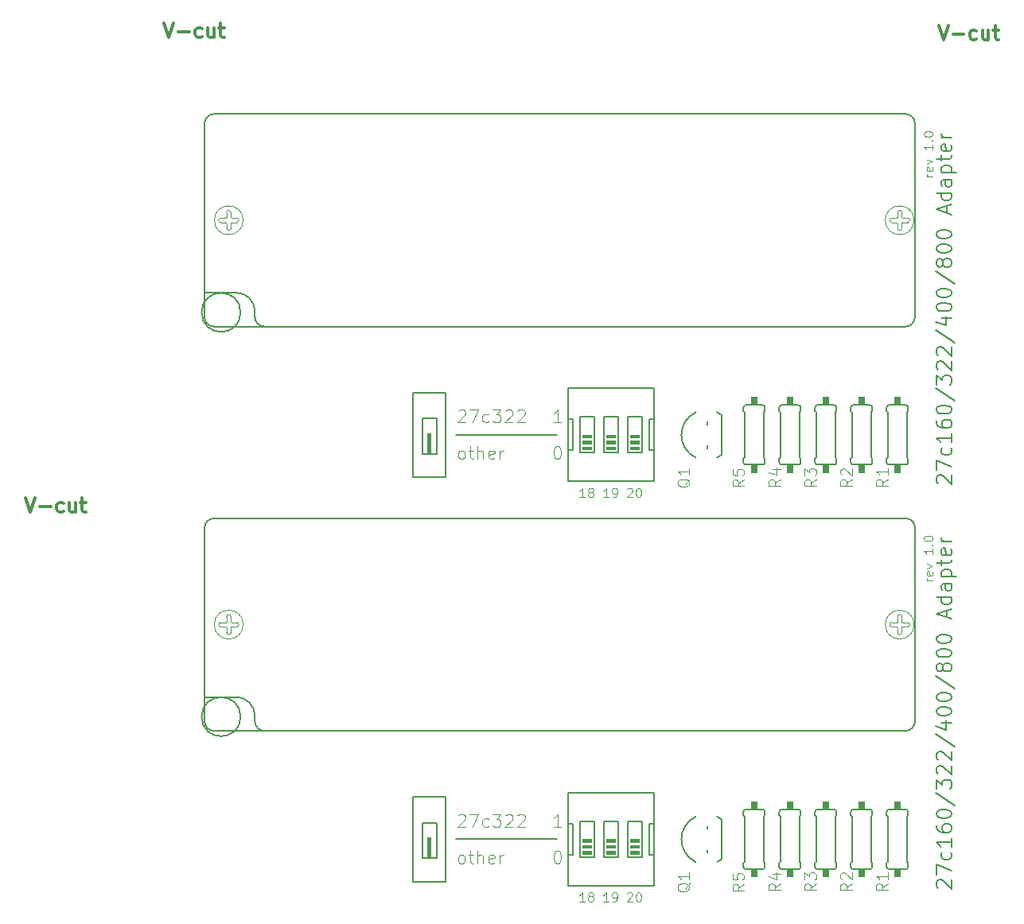
<source format=gbr>
G04 #@! TF.FileFunction,Legend,Top*
%FSLAX46Y46*%
G04 Gerber Fmt 4.6, Leading zero omitted, Abs format (unit mm)*
G04 Created by KiCad (PCBNEW 4.0.4-stable) date 07/28/17 15:05:57*
%MOMM*%
%LPD*%
G01*
G04 APERTURE LIST*
%ADD10C,0.100000*%
%ADD11C,0.300000*%
%ADD12C,0.081280*%
%ADD13C,0.150000*%
%ADD14C,0.113792*%
%ADD15C,0.134112*%
%ADD16C,0.152400*%
%ADD17C,0.203200*%
%ADD18C,0.101600*%
%ADD19C,0.127000*%
%ADD20C,0.120650*%
G04 APERTURE END LIST*
D10*
D11*
X70608429Y-75251571D02*
X71108429Y-76751571D01*
X71608429Y-75251571D01*
X72108429Y-76180143D02*
X73251286Y-76180143D01*
X74608429Y-76680143D02*
X74465572Y-76751571D01*
X74179858Y-76751571D01*
X74037000Y-76680143D01*
X73965572Y-76608714D01*
X73894143Y-76465857D01*
X73894143Y-76037286D01*
X73965572Y-75894429D01*
X74037000Y-75823000D01*
X74179858Y-75751571D01*
X74465572Y-75751571D01*
X74608429Y-75823000D01*
X75894143Y-75751571D02*
X75894143Y-76751571D01*
X75251286Y-75751571D02*
X75251286Y-76537286D01*
X75322714Y-76680143D01*
X75465572Y-76751571D01*
X75679857Y-76751571D01*
X75822714Y-76680143D01*
X75894143Y-76608714D01*
X76394143Y-75751571D02*
X76965572Y-75751571D01*
X76608429Y-75251571D02*
X76608429Y-76537286D01*
X76679857Y-76680143D01*
X76822715Y-76751571D01*
X76965572Y-76751571D01*
X85340429Y-24705571D02*
X85840429Y-26205571D01*
X86340429Y-24705571D01*
X86840429Y-25634143D02*
X87983286Y-25634143D01*
X89340429Y-26134143D02*
X89197572Y-26205571D01*
X88911858Y-26205571D01*
X88769000Y-26134143D01*
X88697572Y-26062714D01*
X88626143Y-25919857D01*
X88626143Y-25491286D01*
X88697572Y-25348429D01*
X88769000Y-25277000D01*
X88911858Y-25205571D01*
X89197572Y-25205571D01*
X89340429Y-25277000D01*
X90626143Y-25205571D02*
X90626143Y-26205571D01*
X89983286Y-25205571D02*
X89983286Y-25991286D01*
X90054714Y-26134143D01*
X90197572Y-26205571D01*
X90411857Y-26205571D01*
X90554714Y-26134143D01*
X90626143Y-26062714D01*
X91126143Y-25205571D02*
X91697572Y-25205571D01*
X91340429Y-24705571D02*
X91340429Y-25991286D01*
X91411857Y-26134143D01*
X91554715Y-26205571D01*
X91697572Y-26205571D01*
X167763429Y-24959571D02*
X168263429Y-26459571D01*
X168763429Y-24959571D01*
X169263429Y-25888143D02*
X170406286Y-25888143D01*
X171763429Y-26388143D02*
X171620572Y-26459571D01*
X171334858Y-26459571D01*
X171192000Y-26388143D01*
X171120572Y-26316714D01*
X171049143Y-26173857D01*
X171049143Y-25745286D01*
X171120572Y-25602429D01*
X171192000Y-25531000D01*
X171334858Y-25459571D01*
X171620572Y-25459571D01*
X171763429Y-25531000D01*
X173049143Y-25459571D02*
X173049143Y-26459571D01*
X172406286Y-25459571D02*
X172406286Y-26245286D01*
X172477714Y-26388143D01*
X172620572Y-26459571D01*
X172834857Y-26459571D01*
X172977714Y-26388143D01*
X173049143Y-26316714D01*
X173549143Y-25459571D02*
X174120572Y-25459571D01*
X173763429Y-24959571D02*
X173763429Y-26245286D01*
X173834857Y-26388143D01*
X173977715Y-26459571D01*
X174120572Y-26459571D01*
D12*
X130087914Y-118241838D02*
X129536372Y-118241838D01*
X129812143Y-118241838D02*
X129812143Y-117276638D01*
X129720219Y-117414524D01*
X129628295Y-117506448D01*
X129536372Y-117552410D01*
X130639457Y-117690295D02*
X130547533Y-117644333D01*
X130501572Y-117598371D01*
X130455610Y-117506448D01*
X130455610Y-117460486D01*
X130501572Y-117368562D01*
X130547533Y-117322600D01*
X130639457Y-117276638D01*
X130823305Y-117276638D01*
X130915229Y-117322600D01*
X130961191Y-117368562D01*
X131007152Y-117460486D01*
X131007152Y-117506448D01*
X130961191Y-117598371D01*
X130915229Y-117644333D01*
X130823305Y-117690295D01*
X130639457Y-117690295D01*
X130547533Y-117736257D01*
X130501572Y-117782219D01*
X130455610Y-117874143D01*
X130455610Y-118057990D01*
X130501572Y-118149914D01*
X130547533Y-118195876D01*
X130639457Y-118241838D01*
X130823305Y-118241838D01*
X130915229Y-118195876D01*
X130961191Y-118149914D01*
X131007152Y-118057990D01*
X131007152Y-117874143D01*
X130961191Y-117782219D01*
X130915229Y-117736257D01*
X130823305Y-117690295D01*
X134616372Y-117368562D02*
X134662334Y-117322600D01*
X134754257Y-117276638D01*
X134984067Y-117276638D01*
X135075991Y-117322600D01*
X135121953Y-117368562D01*
X135167914Y-117460486D01*
X135167914Y-117552410D01*
X135121953Y-117690295D01*
X134570410Y-118241838D01*
X135167914Y-118241838D01*
X135765419Y-117276638D02*
X135857343Y-117276638D01*
X135949267Y-117322600D01*
X135995229Y-117368562D01*
X136041191Y-117460486D01*
X136087152Y-117644333D01*
X136087152Y-117874143D01*
X136041191Y-118057990D01*
X135995229Y-118149914D01*
X135949267Y-118195876D01*
X135857343Y-118241838D01*
X135765419Y-118241838D01*
X135673495Y-118195876D01*
X135627533Y-118149914D01*
X135581572Y-118057990D01*
X135535610Y-117874143D01*
X135535610Y-117644333D01*
X135581572Y-117460486D01*
X135627533Y-117368562D01*
X135673495Y-117322600D01*
X135765419Y-117276638D01*
X132627914Y-118241838D02*
X132076372Y-118241838D01*
X132352143Y-118241838D02*
X132352143Y-117276638D01*
X132260219Y-117414524D01*
X132168295Y-117506448D01*
X132076372Y-117552410D01*
X133087533Y-118241838D02*
X133271381Y-118241838D01*
X133363305Y-118195876D01*
X133409267Y-118149914D01*
X133501191Y-118012029D01*
X133547152Y-117828181D01*
X133547152Y-117460486D01*
X133501191Y-117368562D01*
X133455229Y-117322600D01*
X133363305Y-117276638D01*
X133179457Y-117276638D01*
X133087533Y-117322600D01*
X133041572Y-117368562D01*
X132995610Y-117460486D01*
X132995610Y-117690295D01*
X133041572Y-117782219D01*
X133087533Y-117828181D01*
X133179457Y-117874143D01*
X133363305Y-117874143D01*
X133455229Y-117828181D01*
X133501191Y-117782219D01*
X133547152Y-117690295D01*
D13*
X116370100Y-111607600D02*
X127165100Y-111607600D01*
D14*
X127559647Y-110273253D02*
X126787487Y-110273253D01*
X127173567Y-110273253D02*
X127173567Y-108921973D01*
X127044873Y-109115013D01*
X126916180Y-109243707D01*
X126787487Y-109308053D01*
X127109220Y-112813253D02*
X127237913Y-112813253D01*
X127366607Y-112877600D01*
X127430953Y-112941947D01*
X127495300Y-113070640D01*
X127559647Y-113328027D01*
X127559647Y-113649760D01*
X127495300Y-113907147D01*
X127430953Y-114035840D01*
X127366607Y-114100187D01*
X127237913Y-114164533D01*
X127109220Y-114164533D01*
X126980527Y-114100187D01*
X126916180Y-114035840D01*
X126851833Y-113907147D01*
X126787487Y-113649760D01*
X126787487Y-113328027D01*
X126851833Y-113070640D01*
X126916180Y-112941947D01*
X126980527Y-112877600D01*
X127109220Y-112813253D01*
X116627487Y-109050667D02*
X116691833Y-108986320D01*
X116820527Y-108921973D01*
X117142260Y-108921973D01*
X117270953Y-108986320D01*
X117335300Y-109050667D01*
X117399647Y-109179360D01*
X117399647Y-109308053D01*
X117335300Y-109501093D01*
X116563140Y-110273253D01*
X117399647Y-110273253D01*
X117850073Y-108921973D02*
X118750926Y-108921973D01*
X118171806Y-110273253D01*
X119844819Y-110208907D02*
X119716126Y-110273253D01*
X119458739Y-110273253D01*
X119330046Y-110208907D01*
X119265699Y-110144560D01*
X119201353Y-110015867D01*
X119201353Y-109629787D01*
X119265699Y-109501093D01*
X119330046Y-109436747D01*
X119458739Y-109372400D01*
X119716126Y-109372400D01*
X119844819Y-109436747D01*
X120295246Y-108921973D02*
X121131753Y-108921973D01*
X120681326Y-109436747D01*
X120874366Y-109436747D01*
X121003059Y-109501093D01*
X121067406Y-109565440D01*
X121131753Y-109694133D01*
X121131753Y-110015867D01*
X121067406Y-110144560D01*
X121003059Y-110208907D01*
X120874366Y-110273253D01*
X120488286Y-110273253D01*
X120359593Y-110208907D01*
X120295246Y-110144560D01*
X121646526Y-109050667D02*
X121710872Y-108986320D01*
X121839566Y-108921973D01*
X122161299Y-108921973D01*
X122289992Y-108986320D01*
X122354339Y-109050667D01*
X122418686Y-109179360D01*
X122418686Y-109308053D01*
X122354339Y-109501093D01*
X121582179Y-110273253D01*
X122418686Y-110273253D01*
X122933459Y-109050667D02*
X122997805Y-108986320D01*
X123126499Y-108921973D01*
X123448232Y-108921973D01*
X123576925Y-108986320D01*
X123641272Y-109050667D01*
X123705619Y-109179360D01*
X123705619Y-109308053D01*
X123641272Y-109501093D01*
X122869112Y-110273253D01*
X123705619Y-110273253D01*
X116884873Y-114164533D02*
X116756180Y-114100187D01*
X116691833Y-114035840D01*
X116627487Y-113907147D01*
X116627487Y-113521067D01*
X116691833Y-113392373D01*
X116756180Y-113328027D01*
X116884873Y-113263680D01*
X117077913Y-113263680D01*
X117206607Y-113328027D01*
X117270953Y-113392373D01*
X117335300Y-113521067D01*
X117335300Y-113907147D01*
X117270953Y-114035840D01*
X117206607Y-114100187D01*
X117077913Y-114164533D01*
X116884873Y-114164533D01*
X117721380Y-113263680D02*
X118236154Y-113263680D01*
X117914420Y-112813253D02*
X117914420Y-113971493D01*
X117978767Y-114100187D01*
X118107460Y-114164533D01*
X118236154Y-114164533D01*
X118686580Y-114164533D02*
X118686580Y-112813253D01*
X119265700Y-114164533D02*
X119265700Y-113456720D01*
X119201354Y-113328027D01*
X119072660Y-113263680D01*
X118879620Y-113263680D01*
X118750927Y-113328027D01*
X118686580Y-113392373D01*
X120423941Y-114100187D02*
X120295247Y-114164533D01*
X120037861Y-114164533D01*
X119909167Y-114100187D01*
X119844821Y-113971493D01*
X119844821Y-113456720D01*
X119909167Y-113328027D01*
X120037861Y-113263680D01*
X120295247Y-113263680D01*
X120423941Y-113328027D01*
X120488287Y-113456720D01*
X120488287Y-113585413D01*
X119844821Y-113714107D01*
X121067407Y-114164533D02*
X121067407Y-113263680D01*
X121067407Y-113521067D02*
X121131754Y-113392373D01*
X121196101Y-113328027D01*
X121324794Y-113263680D01*
X121453487Y-113263680D01*
D15*
X167647257Y-116790651D02*
X167571420Y-116714814D01*
X167495583Y-116563140D01*
X167495583Y-116183954D01*
X167571420Y-116032280D01*
X167647257Y-115956443D01*
X167798931Y-115880606D01*
X167950606Y-115880606D01*
X168178117Y-115956443D01*
X169088163Y-116866489D01*
X169088163Y-115880606D01*
X167495583Y-115349746D02*
X167495583Y-114288026D01*
X169088163Y-114970560D01*
X169012326Y-112998794D02*
X169088163Y-113150468D01*
X169088163Y-113453817D01*
X169012326Y-113605491D01*
X168936489Y-113681328D01*
X168784814Y-113757165D01*
X168329791Y-113757165D01*
X168178117Y-113681328D01*
X168102280Y-113605491D01*
X168026443Y-113453817D01*
X168026443Y-113150468D01*
X168102280Y-112998794D01*
X169088163Y-111482051D02*
X169088163Y-112392096D01*
X169088163Y-111937074D02*
X167495583Y-111937074D01*
X167723094Y-112088748D01*
X167874769Y-112240422D01*
X167950606Y-112392096D01*
X167495583Y-110116982D02*
X167495583Y-110420331D01*
X167571420Y-110572005D01*
X167647257Y-110647842D01*
X167874769Y-110799516D01*
X168178117Y-110875353D01*
X168784814Y-110875353D01*
X168936489Y-110799516D01*
X169012326Y-110723679D01*
X169088163Y-110572005D01*
X169088163Y-110268656D01*
X169012326Y-110116982D01*
X168936489Y-110041145D01*
X168784814Y-109965308D01*
X168405629Y-109965308D01*
X168253954Y-110041145D01*
X168178117Y-110116982D01*
X168102280Y-110268656D01*
X168102280Y-110572005D01*
X168178117Y-110723679D01*
X168253954Y-110799516D01*
X168405629Y-110875353D01*
X167495583Y-108979425D02*
X167495583Y-108827750D01*
X167571420Y-108676076D01*
X167647257Y-108600239D01*
X167798931Y-108524402D01*
X168102280Y-108448565D01*
X168481466Y-108448565D01*
X168784814Y-108524402D01*
X168936489Y-108600239D01*
X169012326Y-108676076D01*
X169088163Y-108827750D01*
X169088163Y-108979425D01*
X169012326Y-109131099D01*
X168936489Y-109206936D01*
X168784814Y-109282773D01*
X168481466Y-109358610D01*
X168102280Y-109358610D01*
X167798931Y-109282773D01*
X167647257Y-109206936D01*
X167571420Y-109131099D01*
X167495583Y-108979425D01*
X167419746Y-106628473D02*
X169467349Y-107993542D01*
X167495583Y-106249288D02*
X167495583Y-105263405D01*
X168102280Y-105794265D01*
X168102280Y-105566753D01*
X168178117Y-105415079D01*
X168253954Y-105339242D01*
X168405629Y-105263405D01*
X168784814Y-105263405D01*
X168936489Y-105339242D01*
X169012326Y-105415079D01*
X169088163Y-105566753D01*
X169088163Y-106021776D01*
X169012326Y-106173450D01*
X168936489Y-106249288D01*
X167647257Y-104656707D02*
X167571420Y-104580870D01*
X167495583Y-104429196D01*
X167495583Y-104050010D01*
X167571420Y-103898336D01*
X167647257Y-103822499D01*
X167798931Y-103746662D01*
X167950606Y-103746662D01*
X168178117Y-103822499D01*
X169088163Y-104732545D01*
X169088163Y-103746662D01*
X167647257Y-103139964D02*
X167571420Y-103064127D01*
X167495583Y-102912453D01*
X167495583Y-102533267D01*
X167571420Y-102381593D01*
X167647257Y-102305756D01*
X167798931Y-102229919D01*
X167950606Y-102229919D01*
X168178117Y-102305756D01*
X169088163Y-103215802D01*
X169088163Y-102229919D01*
X167419746Y-100409827D02*
X169467349Y-101774896D01*
X168026443Y-99196433D02*
X169088163Y-99196433D01*
X167419746Y-99575619D02*
X168557303Y-99954804D01*
X168557303Y-98968922D01*
X167495583Y-98058876D02*
X167495583Y-97907201D01*
X167571420Y-97755527D01*
X167647257Y-97679690D01*
X167798931Y-97603853D01*
X168102280Y-97528016D01*
X168481466Y-97528016D01*
X168784814Y-97603853D01*
X168936489Y-97679690D01*
X169012326Y-97755527D01*
X169088163Y-97907201D01*
X169088163Y-98058876D01*
X169012326Y-98210550D01*
X168936489Y-98286387D01*
X168784814Y-98362224D01*
X168481466Y-98438061D01*
X168102280Y-98438061D01*
X167798931Y-98362224D01*
X167647257Y-98286387D01*
X167571420Y-98210550D01*
X167495583Y-98058876D01*
X167495583Y-96542133D02*
X167495583Y-96390458D01*
X167571420Y-96238784D01*
X167647257Y-96162947D01*
X167798931Y-96087110D01*
X168102280Y-96011273D01*
X168481466Y-96011273D01*
X168784814Y-96087110D01*
X168936489Y-96162947D01*
X169012326Y-96238784D01*
X169088163Y-96390458D01*
X169088163Y-96542133D01*
X169012326Y-96693807D01*
X168936489Y-96769644D01*
X168784814Y-96845481D01*
X168481466Y-96921318D01*
X168102280Y-96921318D01*
X167798931Y-96845481D01*
X167647257Y-96769644D01*
X167571420Y-96693807D01*
X167495583Y-96542133D01*
X167419746Y-94191181D02*
X169467349Y-95556250D01*
X168178117Y-93432810D02*
X168102280Y-93584484D01*
X168026443Y-93660321D01*
X167874769Y-93736158D01*
X167798931Y-93736158D01*
X167647257Y-93660321D01*
X167571420Y-93584484D01*
X167495583Y-93432810D01*
X167495583Y-93129461D01*
X167571420Y-92977787D01*
X167647257Y-92901950D01*
X167798931Y-92826113D01*
X167874769Y-92826113D01*
X168026443Y-92901950D01*
X168102280Y-92977787D01*
X168178117Y-93129461D01*
X168178117Y-93432810D01*
X168253954Y-93584484D01*
X168329791Y-93660321D01*
X168481466Y-93736158D01*
X168784814Y-93736158D01*
X168936489Y-93660321D01*
X169012326Y-93584484D01*
X169088163Y-93432810D01*
X169088163Y-93129461D01*
X169012326Y-92977787D01*
X168936489Y-92901950D01*
X168784814Y-92826113D01*
X168481466Y-92826113D01*
X168329791Y-92901950D01*
X168253954Y-92977787D01*
X168178117Y-93129461D01*
X167495583Y-91840230D02*
X167495583Y-91688555D01*
X167571420Y-91536881D01*
X167647257Y-91461044D01*
X167798931Y-91385207D01*
X168102280Y-91309370D01*
X168481466Y-91309370D01*
X168784814Y-91385207D01*
X168936489Y-91461044D01*
X169012326Y-91536881D01*
X169088163Y-91688555D01*
X169088163Y-91840230D01*
X169012326Y-91991904D01*
X168936489Y-92067741D01*
X168784814Y-92143578D01*
X168481466Y-92219415D01*
X168102280Y-92219415D01*
X167798931Y-92143578D01*
X167647257Y-92067741D01*
X167571420Y-91991904D01*
X167495583Y-91840230D01*
X167495583Y-90323487D02*
X167495583Y-90171812D01*
X167571420Y-90020138D01*
X167647257Y-89944301D01*
X167798931Y-89868464D01*
X168102280Y-89792627D01*
X168481466Y-89792627D01*
X168784814Y-89868464D01*
X168936489Y-89944301D01*
X169012326Y-90020138D01*
X169088163Y-90171812D01*
X169088163Y-90323487D01*
X169012326Y-90475161D01*
X168936489Y-90550998D01*
X168784814Y-90626835D01*
X168481466Y-90702672D01*
X168102280Y-90702672D01*
X167798931Y-90626835D01*
X167647257Y-90550998D01*
X167571420Y-90475161D01*
X167495583Y-90323487D01*
X168633140Y-87972535D02*
X168633140Y-87214164D01*
X169088163Y-88124210D02*
X167495583Y-87593350D01*
X169088163Y-87062490D01*
X169088163Y-85849095D02*
X167495583Y-85849095D01*
X169012326Y-85849095D02*
X169088163Y-86000769D01*
X169088163Y-86304118D01*
X169012326Y-86455792D01*
X168936489Y-86531629D01*
X168784814Y-86607466D01*
X168329791Y-86607466D01*
X168178117Y-86531629D01*
X168102280Y-86455792D01*
X168026443Y-86304118D01*
X168026443Y-86000769D01*
X168102280Y-85849095D01*
X169088163Y-84408189D02*
X168253954Y-84408189D01*
X168102280Y-84484026D01*
X168026443Y-84635700D01*
X168026443Y-84939049D01*
X168102280Y-85090723D01*
X169012326Y-84408189D02*
X169088163Y-84559863D01*
X169088163Y-84939049D01*
X169012326Y-85090723D01*
X168860651Y-85166560D01*
X168708977Y-85166560D01*
X168557303Y-85090723D01*
X168481466Y-84939049D01*
X168481466Y-84559863D01*
X168405629Y-84408189D01*
X168026443Y-83649817D02*
X169619023Y-83649817D01*
X168102280Y-83649817D02*
X168026443Y-83498143D01*
X168026443Y-83194794D01*
X168102280Y-83043120D01*
X168178117Y-82967283D01*
X168329791Y-82891446D01*
X168784814Y-82891446D01*
X168936489Y-82967283D01*
X169012326Y-83043120D01*
X169088163Y-83194794D01*
X169088163Y-83498143D01*
X169012326Y-83649817D01*
X168026443Y-82436423D02*
X168026443Y-81829726D01*
X167495583Y-82208911D02*
X168860651Y-82208911D01*
X169012326Y-82133074D01*
X169088163Y-81981400D01*
X169088163Y-81829726D01*
X169012326Y-80692168D02*
X169088163Y-80843842D01*
X169088163Y-81147191D01*
X169012326Y-81298865D01*
X168860651Y-81374702D01*
X168253954Y-81374702D01*
X168102280Y-81298865D01*
X168026443Y-81147191D01*
X168026443Y-80843842D01*
X168102280Y-80692168D01*
X168253954Y-80616331D01*
X168405629Y-80616331D01*
X168557303Y-81374702D01*
X169088163Y-79933796D02*
X168026443Y-79933796D01*
X168329791Y-79933796D02*
X168178117Y-79857959D01*
X168102280Y-79782122D01*
X168026443Y-79630448D01*
X168026443Y-79478773D01*
D12*
X167124138Y-84072790D02*
X166480671Y-84072790D01*
X166664519Y-84072790D02*
X166572595Y-84026829D01*
X166526633Y-83980867D01*
X166480671Y-83888943D01*
X166480671Y-83797019D01*
X167078176Y-83107590D02*
X167124138Y-83199514D01*
X167124138Y-83383362D01*
X167078176Y-83475285D01*
X166986252Y-83521247D01*
X166618557Y-83521247D01*
X166526633Y-83475285D01*
X166480671Y-83383362D01*
X166480671Y-83199514D01*
X166526633Y-83107590D01*
X166618557Y-83061628D01*
X166710481Y-83061628D01*
X166802405Y-83521247D01*
X166480671Y-82739895D02*
X167124138Y-82510086D01*
X166480671Y-82280276D01*
X167124138Y-80671611D02*
X167124138Y-81223153D01*
X167124138Y-80947382D02*
X166158938Y-80947382D01*
X166296824Y-81039306D01*
X166388748Y-81131230D01*
X166434710Y-81223153D01*
X167032214Y-80257953D02*
X167078176Y-80211992D01*
X167124138Y-80257953D01*
X167078176Y-80303915D01*
X167032214Y-80257953D01*
X167124138Y-80257953D01*
X166158938Y-79614487D02*
X166158938Y-79522563D01*
X166204900Y-79430639D01*
X166250862Y-79384677D01*
X166342786Y-79338715D01*
X166526633Y-79292754D01*
X166756443Y-79292754D01*
X166940290Y-79338715D01*
X167032214Y-79384677D01*
X167078176Y-79430639D01*
X167124138Y-79522563D01*
X167124138Y-79614487D01*
X167078176Y-79706411D01*
X167032214Y-79752373D01*
X166940290Y-79798334D01*
X166756443Y-79844296D01*
X166526633Y-79844296D01*
X166342786Y-79798334D01*
X166250862Y-79752373D01*
X166204900Y-79706411D01*
X166158938Y-79614487D01*
D15*
X167647257Y-73737651D02*
X167571420Y-73661814D01*
X167495583Y-73510140D01*
X167495583Y-73130954D01*
X167571420Y-72979280D01*
X167647257Y-72903443D01*
X167798931Y-72827606D01*
X167950606Y-72827606D01*
X168178117Y-72903443D01*
X169088163Y-73813489D01*
X169088163Y-72827606D01*
X167495583Y-72296746D02*
X167495583Y-71235026D01*
X169088163Y-71917560D01*
X169012326Y-69945794D02*
X169088163Y-70097468D01*
X169088163Y-70400817D01*
X169012326Y-70552491D01*
X168936489Y-70628328D01*
X168784814Y-70704165D01*
X168329791Y-70704165D01*
X168178117Y-70628328D01*
X168102280Y-70552491D01*
X168026443Y-70400817D01*
X168026443Y-70097468D01*
X168102280Y-69945794D01*
X169088163Y-68429051D02*
X169088163Y-69339096D01*
X169088163Y-68884074D02*
X167495583Y-68884074D01*
X167723094Y-69035748D01*
X167874769Y-69187422D01*
X167950606Y-69339096D01*
X167495583Y-67063982D02*
X167495583Y-67367331D01*
X167571420Y-67519005D01*
X167647257Y-67594842D01*
X167874769Y-67746516D01*
X168178117Y-67822353D01*
X168784814Y-67822353D01*
X168936489Y-67746516D01*
X169012326Y-67670679D01*
X169088163Y-67519005D01*
X169088163Y-67215656D01*
X169012326Y-67063982D01*
X168936489Y-66988145D01*
X168784814Y-66912308D01*
X168405629Y-66912308D01*
X168253954Y-66988145D01*
X168178117Y-67063982D01*
X168102280Y-67215656D01*
X168102280Y-67519005D01*
X168178117Y-67670679D01*
X168253954Y-67746516D01*
X168405629Y-67822353D01*
X167495583Y-65926425D02*
X167495583Y-65774750D01*
X167571420Y-65623076D01*
X167647257Y-65547239D01*
X167798931Y-65471402D01*
X168102280Y-65395565D01*
X168481466Y-65395565D01*
X168784814Y-65471402D01*
X168936489Y-65547239D01*
X169012326Y-65623076D01*
X169088163Y-65774750D01*
X169088163Y-65926425D01*
X169012326Y-66078099D01*
X168936489Y-66153936D01*
X168784814Y-66229773D01*
X168481466Y-66305610D01*
X168102280Y-66305610D01*
X167798931Y-66229773D01*
X167647257Y-66153936D01*
X167571420Y-66078099D01*
X167495583Y-65926425D01*
X167419746Y-63575473D02*
X169467349Y-64940542D01*
X167495583Y-63196288D02*
X167495583Y-62210405D01*
X168102280Y-62741265D01*
X168102280Y-62513753D01*
X168178117Y-62362079D01*
X168253954Y-62286242D01*
X168405629Y-62210405D01*
X168784814Y-62210405D01*
X168936489Y-62286242D01*
X169012326Y-62362079D01*
X169088163Y-62513753D01*
X169088163Y-62968776D01*
X169012326Y-63120450D01*
X168936489Y-63196288D01*
X167647257Y-61603707D02*
X167571420Y-61527870D01*
X167495583Y-61376196D01*
X167495583Y-60997010D01*
X167571420Y-60845336D01*
X167647257Y-60769499D01*
X167798931Y-60693662D01*
X167950606Y-60693662D01*
X168178117Y-60769499D01*
X169088163Y-61679545D01*
X169088163Y-60693662D01*
X167647257Y-60086964D02*
X167571420Y-60011127D01*
X167495583Y-59859453D01*
X167495583Y-59480267D01*
X167571420Y-59328593D01*
X167647257Y-59252756D01*
X167798931Y-59176919D01*
X167950606Y-59176919D01*
X168178117Y-59252756D01*
X169088163Y-60162802D01*
X169088163Y-59176919D01*
X167419746Y-57356827D02*
X169467349Y-58721896D01*
X168026443Y-56143433D02*
X169088163Y-56143433D01*
X167419746Y-56522619D02*
X168557303Y-56901804D01*
X168557303Y-55915922D01*
X167495583Y-55005876D02*
X167495583Y-54854201D01*
X167571420Y-54702527D01*
X167647257Y-54626690D01*
X167798931Y-54550853D01*
X168102280Y-54475016D01*
X168481466Y-54475016D01*
X168784814Y-54550853D01*
X168936489Y-54626690D01*
X169012326Y-54702527D01*
X169088163Y-54854201D01*
X169088163Y-55005876D01*
X169012326Y-55157550D01*
X168936489Y-55233387D01*
X168784814Y-55309224D01*
X168481466Y-55385061D01*
X168102280Y-55385061D01*
X167798931Y-55309224D01*
X167647257Y-55233387D01*
X167571420Y-55157550D01*
X167495583Y-55005876D01*
X167495583Y-53489133D02*
X167495583Y-53337458D01*
X167571420Y-53185784D01*
X167647257Y-53109947D01*
X167798931Y-53034110D01*
X168102280Y-52958273D01*
X168481466Y-52958273D01*
X168784814Y-53034110D01*
X168936489Y-53109947D01*
X169012326Y-53185784D01*
X169088163Y-53337458D01*
X169088163Y-53489133D01*
X169012326Y-53640807D01*
X168936489Y-53716644D01*
X168784814Y-53792481D01*
X168481466Y-53868318D01*
X168102280Y-53868318D01*
X167798931Y-53792481D01*
X167647257Y-53716644D01*
X167571420Y-53640807D01*
X167495583Y-53489133D01*
X167419746Y-51138181D02*
X169467349Y-52503250D01*
X168178117Y-50379810D02*
X168102280Y-50531484D01*
X168026443Y-50607321D01*
X167874769Y-50683158D01*
X167798931Y-50683158D01*
X167647257Y-50607321D01*
X167571420Y-50531484D01*
X167495583Y-50379810D01*
X167495583Y-50076461D01*
X167571420Y-49924787D01*
X167647257Y-49848950D01*
X167798931Y-49773113D01*
X167874769Y-49773113D01*
X168026443Y-49848950D01*
X168102280Y-49924787D01*
X168178117Y-50076461D01*
X168178117Y-50379810D01*
X168253954Y-50531484D01*
X168329791Y-50607321D01*
X168481466Y-50683158D01*
X168784814Y-50683158D01*
X168936489Y-50607321D01*
X169012326Y-50531484D01*
X169088163Y-50379810D01*
X169088163Y-50076461D01*
X169012326Y-49924787D01*
X168936489Y-49848950D01*
X168784814Y-49773113D01*
X168481466Y-49773113D01*
X168329791Y-49848950D01*
X168253954Y-49924787D01*
X168178117Y-50076461D01*
X167495583Y-48787230D02*
X167495583Y-48635555D01*
X167571420Y-48483881D01*
X167647257Y-48408044D01*
X167798931Y-48332207D01*
X168102280Y-48256370D01*
X168481466Y-48256370D01*
X168784814Y-48332207D01*
X168936489Y-48408044D01*
X169012326Y-48483881D01*
X169088163Y-48635555D01*
X169088163Y-48787230D01*
X169012326Y-48938904D01*
X168936489Y-49014741D01*
X168784814Y-49090578D01*
X168481466Y-49166415D01*
X168102280Y-49166415D01*
X167798931Y-49090578D01*
X167647257Y-49014741D01*
X167571420Y-48938904D01*
X167495583Y-48787230D01*
X167495583Y-47270487D02*
X167495583Y-47118812D01*
X167571420Y-46967138D01*
X167647257Y-46891301D01*
X167798931Y-46815464D01*
X168102280Y-46739627D01*
X168481466Y-46739627D01*
X168784814Y-46815464D01*
X168936489Y-46891301D01*
X169012326Y-46967138D01*
X169088163Y-47118812D01*
X169088163Y-47270487D01*
X169012326Y-47422161D01*
X168936489Y-47497998D01*
X168784814Y-47573835D01*
X168481466Y-47649672D01*
X168102280Y-47649672D01*
X167798931Y-47573835D01*
X167647257Y-47497998D01*
X167571420Y-47422161D01*
X167495583Y-47270487D01*
X168633140Y-44919535D02*
X168633140Y-44161164D01*
X169088163Y-45071210D02*
X167495583Y-44540350D01*
X169088163Y-44009490D01*
X169088163Y-42796095D02*
X167495583Y-42796095D01*
X169012326Y-42796095D02*
X169088163Y-42947769D01*
X169088163Y-43251118D01*
X169012326Y-43402792D01*
X168936489Y-43478629D01*
X168784814Y-43554466D01*
X168329791Y-43554466D01*
X168178117Y-43478629D01*
X168102280Y-43402792D01*
X168026443Y-43251118D01*
X168026443Y-42947769D01*
X168102280Y-42796095D01*
X169088163Y-41355189D02*
X168253954Y-41355189D01*
X168102280Y-41431026D01*
X168026443Y-41582700D01*
X168026443Y-41886049D01*
X168102280Y-42037723D01*
X169012326Y-41355189D02*
X169088163Y-41506863D01*
X169088163Y-41886049D01*
X169012326Y-42037723D01*
X168860651Y-42113560D01*
X168708977Y-42113560D01*
X168557303Y-42037723D01*
X168481466Y-41886049D01*
X168481466Y-41506863D01*
X168405629Y-41355189D01*
X168026443Y-40596817D02*
X169619023Y-40596817D01*
X168102280Y-40596817D02*
X168026443Y-40445143D01*
X168026443Y-40141794D01*
X168102280Y-39990120D01*
X168178117Y-39914283D01*
X168329791Y-39838446D01*
X168784814Y-39838446D01*
X168936489Y-39914283D01*
X169012326Y-39990120D01*
X169088163Y-40141794D01*
X169088163Y-40445143D01*
X169012326Y-40596817D01*
X168026443Y-39383423D02*
X168026443Y-38776726D01*
X167495583Y-39155911D02*
X168860651Y-39155911D01*
X169012326Y-39080074D01*
X169088163Y-38928400D01*
X169088163Y-38776726D01*
X169012326Y-37639168D02*
X169088163Y-37790842D01*
X169088163Y-38094191D01*
X169012326Y-38245865D01*
X168860651Y-38321702D01*
X168253954Y-38321702D01*
X168102280Y-38245865D01*
X168026443Y-38094191D01*
X168026443Y-37790842D01*
X168102280Y-37639168D01*
X168253954Y-37563331D01*
X168405629Y-37563331D01*
X168557303Y-38321702D01*
X169088163Y-36880796D02*
X168026443Y-36880796D01*
X168329791Y-36880796D02*
X168178117Y-36804959D01*
X168102280Y-36729122D01*
X168026443Y-36577448D01*
X168026443Y-36425773D01*
D12*
X130087914Y-75188838D02*
X129536372Y-75188838D01*
X129812143Y-75188838D02*
X129812143Y-74223638D01*
X129720219Y-74361524D01*
X129628295Y-74453448D01*
X129536372Y-74499410D01*
X130639457Y-74637295D02*
X130547533Y-74591333D01*
X130501572Y-74545371D01*
X130455610Y-74453448D01*
X130455610Y-74407486D01*
X130501572Y-74315562D01*
X130547533Y-74269600D01*
X130639457Y-74223638D01*
X130823305Y-74223638D01*
X130915229Y-74269600D01*
X130961191Y-74315562D01*
X131007152Y-74407486D01*
X131007152Y-74453448D01*
X130961191Y-74545371D01*
X130915229Y-74591333D01*
X130823305Y-74637295D01*
X130639457Y-74637295D01*
X130547533Y-74683257D01*
X130501572Y-74729219D01*
X130455610Y-74821143D01*
X130455610Y-75004990D01*
X130501572Y-75096914D01*
X130547533Y-75142876D01*
X130639457Y-75188838D01*
X130823305Y-75188838D01*
X130915229Y-75142876D01*
X130961191Y-75096914D01*
X131007152Y-75004990D01*
X131007152Y-74821143D01*
X130961191Y-74729219D01*
X130915229Y-74683257D01*
X130823305Y-74637295D01*
X132627914Y-75188838D02*
X132076372Y-75188838D01*
X132352143Y-75188838D02*
X132352143Y-74223638D01*
X132260219Y-74361524D01*
X132168295Y-74453448D01*
X132076372Y-74499410D01*
X133087533Y-75188838D02*
X133271381Y-75188838D01*
X133363305Y-75142876D01*
X133409267Y-75096914D01*
X133501191Y-74959029D01*
X133547152Y-74775181D01*
X133547152Y-74407486D01*
X133501191Y-74315562D01*
X133455229Y-74269600D01*
X133363305Y-74223638D01*
X133179457Y-74223638D01*
X133087533Y-74269600D01*
X133041572Y-74315562D01*
X132995610Y-74407486D01*
X132995610Y-74637295D01*
X133041572Y-74729219D01*
X133087533Y-74775181D01*
X133179457Y-74821143D01*
X133363305Y-74821143D01*
X133455229Y-74775181D01*
X133501191Y-74729219D01*
X133547152Y-74637295D01*
X134616372Y-74315562D02*
X134662334Y-74269600D01*
X134754257Y-74223638D01*
X134984067Y-74223638D01*
X135075991Y-74269600D01*
X135121953Y-74315562D01*
X135167914Y-74407486D01*
X135167914Y-74499410D01*
X135121953Y-74637295D01*
X134570410Y-75188838D01*
X135167914Y-75188838D01*
X135765419Y-74223638D02*
X135857343Y-74223638D01*
X135949267Y-74269600D01*
X135995229Y-74315562D01*
X136041191Y-74407486D01*
X136087152Y-74591333D01*
X136087152Y-74821143D01*
X136041191Y-75004990D01*
X135995229Y-75096914D01*
X135949267Y-75142876D01*
X135857343Y-75188838D01*
X135765419Y-75188838D01*
X135673495Y-75142876D01*
X135627533Y-75096914D01*
X135581572Y-75004990D01*
X135535610Y-74821143D01*
X135535610Y-74591333D01*
X135581572Y-74407486D01*
X135627533Y-74315562D01*
X135673495Y-74269600D01*
X135765419Y-74223638D01*
D13*
X116370100Y-68554600D02*
X127165100Y-68554600D01*
D14*
X116627487Y-65997667D02*
X116691833Y-65933320D01*
X116820527Y-65868973D01*
X117142260Y-65868973D01*
X117270953Y-65933320D01*
X117335300Y-65997667D01*
X117399647Y-66126360D01*
X117399647Y-66255053D01*
X117335300Y-66448093D01*
X116563140Y-67220253D01*
X117399647Y-67220253D01*
X117850073Y-65868973D02*
X118750926Y-65868973D01*
X118171806Y-67220253D01*
X119844819Y-67155907D02*
X119716126Y-67220253D01*
X119458739Y-67220253D01*
X119330046Y-67155907D01*
X119265699Y-67091560D01*
X119201353Y-66962867D01*
X119201353Y-66576787D01*
X119265699Y-66448093D01*
X119330046Y-66383747D01*
X119458739Y-66319400D01*
X119716126Y-66319400D01*
X119844819Y-66383747D01*
X120295246Y-65868973D02*
X121131753Y-65868973D01*
X120681326Y-66383747D01*
X120874366Y-66383747D01*
X121003059Y-66448093D01*
X121067406Y-66512440D01*
X121131753Y-66641133D01*
X121131753Y-66962867D01*
X121067406Y-67091560D01*
X121003059Y-67155907D01*
X120874366Y-67220253D01*
X120488286Y-67220253D01*
X120359593Y-67155907D01*
X120295246Y-67091560D01*
X121646526Y-65997667D02*
X121710872Y-65933320D01*
X121839566Y-65868973D01*
X122161299Y-65868973D01*
X122289992Y-65933320D01*
X122354339Y-65997667D01*
X122418686Y-66126360D01*
X122418686Y-66255053D01*
X122354339Y-66448093D01*
X121582179Y-67220253D01*
X122418686Y-67220253D01*
X122933459Y-65997667D02*
X122997805Y-65933320D01*
X123126499Y-65868973D01*
X123448232Y-65868973D01*
X123576925Y-65933320D01*
X123641272Y-65997667D01*
X123705619Y-66126360D01*
X123705619Y-66255053D01*
X123641272Y-66448093D01*
X122869112Y-67220253D01*
X123705619Y-67220253D01*
X116884873Y-71111533D02*
X116756180Y-71047187D01*
X116691833Y-70982840D01*
X116627487Y-70854147D01*
X116627487Y-70468067D01*
X116691833Y-70339373D01*
X116756180Y-70275027D01*
X116884873Y-70210680D01*
X117077913Y-70210680D01*
X117206607Y-70275027D01*
X117270953Y-70339373D01*
X117335300Y-70468067D01*
X117335300Y-70854147D01*
X117270953Y-70982840D01*
X117206607Y-71047187D01*
X117077913Y-71111533D01*
X116884873Y-71111533D01*
X117721380Y-70210680D02*
X118236154Y-70210680D01*
X117914420Y-69760253D02*
X117914420Y-70918493D01*
X117978767Y-71047187D01*
X118107460Y-71111533D01*
X118236154Y-71111533D01*
X118686580Y-71111533D02*
X118686580Y-69760253D01*
X119265700Y-71111533D02*
X119265700Y-70403720D01*
X119201354Y-70275027D01*
X119072660Y-70210680D01*
X118879620Y-70210680D01*
X118750927Y-70275027D01*
X118686580Y-70339373D01*
X120423941Y-71047187D02*
X120295247Y-71111533D01*
X120037861Y-71111533D01*
X119909167Y-71047187D01*
X119844821Y-70918493D01*
X119844821Y-70403720D01*
X119909167Y-70275027D01*
X120037861Y-70210680D01*
X120295247Y-70210680D01*
X120423941Y-70275027D01*
X120488287Y-70403720D01*
X120488287Y-70532413D01*
X119844821Y-70661107D01*
X121067407Y-71111533D02*
X121067407Y-70210680D01*
X121067407Y-70468067D02*
X121131754Y-70339373D01*
X121196101Y-70275027D01*
X121324794Y-70210680D01*
X121453487Y-70210680D01*
X127559647Y-67220253D02*
X126787487Y-67220253D01*
X127173567Y-67220253D02*
X127173567Y-65868973D01*
X127044873Y-66062013D01*
X126916180Y-66190707D01*
X126787487Y-66255053D01*
X127109220Y-69760253D02*
X127237913Y-69760253D01*
X127366607Y-69824600D01*
X127430953Y-69888947D01*
X127495300Y-70017640D01*
X127559647Y-70275027D01*
X127559647Y-70596760D01*
X127495300Y-70854147D01*
X127430953Y-70982840D01*
X127366607Y-71047187D01*
X127237913Y-71111533D01*
X127109220Y-71111533D01*
X126980527Y-71047187D01*
X126916180Y-70982840D01*
X126851833Y-70854147D01*
X126787487Y-70596760D01*
X126787487Y-70275027D01*
X126851833Y-70017640D01*
X126916180Y-69888947D01*
X126980527Y-69824600D01*
X127109220Y-69760253D01*
D12*
X167124138Y-41019790D02*
X166480671Y-41019790D01*
X166664519Y-41019790D02*
X166572595Y-40973829D01*
X166526633Y-40927867D01*
X166480671Y-40835943D01*
X166480671Y-40744019D01*
X167078176Y-40054590D02*
X167124138Y-40146514D01*
X167124138Y-40330362D01*
X167078176Y-40422285D01*
X166986252Y-40468247D01*
X166618557Y-40468247D01*
X166526633Y-40422285D01*
X166480671Y-40330362D01*
X166480671Y-40146514D01*
X166526633Y-40054590D01*
X166618557Y-40008628D01*
X166710481Y-40008628D01*
X166802405Y-40468247D01*
X166480671Y-39686895D02*
X167124138Y-39457086D01*
X166480671Y-39227276D01*
X167124138Y-37618611D02*
X167124138Y-38170153D01*
X167124138Y-37894382D02*
X166158938Y-37894382D01*
X166296824Y-37986306D01*
X166388748Y-38078230D01*
X166434710Y-38170153D01*
X167032214Y-37204953D02*
X167078176Y-37158992D01*
X167124138Y-37204953D01*
X167078176Y-37250915D01*
X167032214Y-37204953D01*
X167124138Y-37204953D01*
X166158938Y-36561487D02*
X166158938Y-36469563D01*
X166204900Y-36377639D01*
X166250862Y-36331677D01*
X166342786Y-36285715D01*
X166526633Y-36239754D01*
X166756443Y-36239754D01*
X166940290Y-36285715D01*
X167032214Y-36331677D01*
X167078176Y-36377639D01*
X167124138Y-36469563D01*
X167124138Y-36561487D01*
X167078176Y-36653411D01*
X167032214Y-36699373D01*
X166940290Y-36745334D01*
X166756443Y-36791296D01*
X166526633Y-36791296D01*
X166342786Y-36745334D01*
X166250862Y-36699373D01*
X166204900Y-36653411D01*
X166158938Y-36561487D01*
D16*
X164503100Y-108686600D02*
G75*
G03X164249100Y-108432600I-254000J0D01*
G01*
X162217100Y-108686600D02*
G75*
G02X162471100Y-108432600I254000J0D01*
G01*
X162471100Y-114782600D02*
G75*
G02X162217100Y-114528600I0J254000D01*
G01*
X164249100Y-114782600D02*
G75*
G03X164503100Y-114528600I0J254000D01*
G01*
X162471100Y-108432600D02*
X164249100Y-108432600D01*
X164503100Y-108686600D02*
X164503100Y-109067600D01*
X164376100Y-109194600D02*
X164503100Y-109067600D01*
X162217100Y-108686600D02*
X162217100Y-109067600D01*
X162344100Y-109194600D02*
X162217100Y-109067600D01*
X164376100Y-114020600D02*
X164503100Y-114147600D01*
X164376100Y-114020600D02*
X164376100Y-109194600D01*
X162344100Y-114020600D02*
X162217100Y-114147600D01*
X162344100Y-114020600D02*
X162344100Y-109194600D01*
X164503100Y-114528600D02*
X164503100Y-114147600D01*
X162217100Y-114528600D02*
X162217100Y-114147600D01*
X162471100Y-114782600D02*
X164249100Y-114782600D01*
D10*
G36*
X163055300Y-114782600D02*
X163055300Y-115646200D01*
X163664900Y-115646200D01*
X163664900Y-114782600D01*
X163055300Y-114782600D01*
G37*
G36*
X163055300Y-107569000D02*
X163055300Y-108432600D01*
X163664900Y-108432600D01*
X163664900Y-107569000D01*
X163055300Y-107569000D01*
G37*
D17*
X90630100Y-77437600D02*
G75*
G03X89630100Y-78437600I0J-1000000D01*
G01*
X90630100Y-77437600D02*
X164230100Y-77437600D01*
X165230100Y-78437600D02*
G75*
G03X164230100Y-77437600I-1000000J0D01*
G01*
X165230100Y-78437600D02*
X165230100Y-99057600D01*
X164230100Y-100057600D02*
G75*
G03X165230100Y-99057600I0J1000000D01*
G01*
X164230100Y-100057600D02*
X90630100Y-100057600D01*
X89630100Y-99057600D02*
G75*
G03X90630100Y-100057600I1000000J0D01*
G01*
X89630100Y-99057600D02*
X89630100Y-78437600D01*
D18*
X91970100Y-88437600D02*
X91970100Y-87897600D01*
X92200100Y-87667600D02*
G75*
G03X91970100Y-87897600I0J-230000D01*
G01*
X92430100Y-87897600D02*
G75*
G03X92200100Y-87667600I-230000J0D01*
G01*
X92430100Y-87897600D02*
X92430100Y-88447600D01*
D17*
X89740100Y-96457600D02*
X92990100Y-96457600D01*
X94990100Y-98407598D02*
G75*
G03X92990100Y-96457600I-1999959J-50601D01*
G01*
X94990100Y-98407600D02*
X94990100Y-99057600D01*
X96040102Y-100057599D02*
G75*
G02X94990100Y-99057600I-48811J1000000D01*
G01*
D18*
X91890100Y-88977600D02*
X91350100Y-88977600D01*
X91120100Y-88747600D02*
G75*
G03X91350100Y-88977600I230000J0D01*
G01*
X91350100Y-88517600D02*
G75*
G03X91120100Y-88747600I0J-230000D01*
G01*
X91350100Y-88517600D02*
X91900100Y-88517600D01*
X91970100Y-88447600D02*
G75*
G02X91900100Y-88517600I-70000J0D01*
G01*
X91890100Y-88977600D02*
G75*
G02X91960100Y-89047600I0J-70000D01*
G01*
X92430100Y-89057600D02*
X92430100Y-89597600D01*
X92200100Y-89827600D02*
G75*
G03X92430100Y-89597600I0J230000D01*
G01*
X91970100Y-89597600D02*
G75*
G03X92200100Y-89827600I230000J0D01*
G01*
X91970100Y-89597600D02*
X91970100Y-89047600D01*
X92510100Y-88517600D02*
X93050100Y-88517600D01*
X93280100Y-88747600D02*
G75*
G03X93050100Y-88517600I-230000J0D01*
G01*
X93050100Y-88977600D02*
G75*
G03X93280100Y-88747600I0J230000D01*
G01*
X93050100Y-88977600D02*
X92500100Y-88977600D01*
X92430100Y-89047600D02*
G75*
G02X92500100Y-88977600I70000J0D01*
G01*
X92500100Y-88517600D02*
G75*
G02X92430100Y-88447600I0J70000D01*
G01*
X163370100Y-88437600D02*
X163370100Y-87897600D01*
X163600100Y-87667600D02*
G75*
G03X163370100Y-87897600I0J-230000D01*
G01*
X163830100Y-87897600D02*
G75*
G03X163600100Y-87667600I-230000J0D01*
G01*
X163830100Y-87897600D02*
X163830100Y-88447600D01*
X163290100Y-88977600D02*
X162750100Y-88977600D01*
X162520100Y-88747600D02*
G75*
G03X162750100Y-88977600I230000J0D01*
G01*
X162750100Y-88517600D02*
G75*
G03X162520100Y-88747600I0J-230000D01*
G01*
X162750100Y-88517600D02*
X163300100Y-88517600D01*
X163370100Y-88447600D02*
G75*
G02X163300100Y-88517600I-70000J0D01*
G01*
X163290100Y-88977600D02*
G75*
G02X163360100Y-89047600I0J-70000D01*
G01*
X163830100Y-89057600D02*
X163830100Y-89597600D01*
X163600100Y-89827600D02*
G75*
G03X163830100Y-89597600I0J230000D01*
G01*
X163370100Y-89597600D02*
G75*
G03X163600100Y-89827600I230000J0D01*
G01*
X163370100Y-89597600D02*
X163370100Y-89047600D01*
X163910100Y-88517600D02*
X164450100Y-88517600D01*
X164680100Y-88747600D02*
G75*
G03X164450100Y-88517600I-230000J0D01*
G01*
X164450100Y-88977600D02*
G75*
G03X164680100Y-88747600I0J230000D01*
G01*
X164450100Y-88977600D02*
X163900100Y-88977600D01*
X163830100Y-89047600D02*
G75*
G02X163900100Y-88977600I70000J0D01*
G01*
X163900100Y-88517600D02*
G75*
G02X163830100Y-88447600I0J70000D01*
G01*
X93730100Y-88747600D02*
G75*
G03X93730100Y-88747600I-1530000J0D01*
G01*
D17*
X93461900Y-98557600D02*
G75*
G03X93461900Y-98557600I-2071800J0D01*
G01*
D18*
X165130100Y-88747600D02*
G75*
G03X165130100Y-88747600I-1530000J0D01*
G01*
D19*
X115310100Y-116107600D02*
X115310100Y-107107600D01*
X115310100Y-107107600D02*
X111810100Y-107107600D01*
X111810100Y-107107600D02*
X111810100Y-116107600D01*
X111810100Y-116107600D02*
X115310100Y-116107600D01*
X112810100Y-111357600D02*
X112810100Y-109857600D01*
X112810100Y-109857600D02*
X114310100Y-109857600D01*
X114310100Y-109857600D02*
X114310100Y-111357600D01*
X112810100Y-109857600D02*
X112810100Y-113607600D01*
X112810100Y-113607600D02*
X114310100Y-113607600D01*
X114310100Y-113607600D02*
X114310100Y-109857600D01*
X114310100Y-109857600D02*
X112810100Y-109857600D01*
D10*
G36*
X113750600Y-113703100D02*
X113750600Y-112687100D01*
X113369600Y-112687100D01*
X113369600Y-113703100D01*
X113750600Y-113703100D01*
G37*
G36*
X113750600Y-113068100D02*
X113750600Y-112052100D01*
X113369600Y-112052100D01*
X113369600Y-113068100D01*
X113750600Y-113068100D01*
G37*
G36*
X113750600Y-112433100D02*
X113750600Y-111417100D01*
X113369600Y-111417100D01*
X113369600Y-112433100D01*
X113750600Y-112433100D01*
G37*
D16*
X128308100Y-116560600D02*
X137452100Y-116560600D01*
X137452100Y-106654600D02*
X128308100Y-106654600D01*
X128308100Y-106654600D02*
X128308100Y-109956600D01*
X128308100Y-113258600D02*
X128816100Y-113258600D01*
X128816100Y-113258600D02*
X128816100Y-109956600D01*
X128816100Y-109956600D02*
X128308100Y-109956600D01*
X128308100Y-113258600D02*
X128308100Y-116560600D01*
X128308100Y-109956600D02*
X128308100Y-113258600D01*
X137452100Y-116560600D02*
X137452100Y-113258600D01*
X137452100Y-109956600D02*
X136944100Y-109956600D01*
X136944100Y-109956600D02*
X136944100Y-113258600D01*
X136944100Y-113258600D02*
X137452100Y-113258600D01*
X137452100Y-109956600D02*
X137452100Y-106654600D01*
X137452100Y-113258600D02*
X137452100Y-109956600D01*
X134658100Y-109702600D02*
X134658100Y-113512600D01*
X134658100Y-109702600D02*
X136182100Y-109702600D01*
X136182100Y-113512600D02*
X136182100Y-109702600D01*
X136182100Y-113512600D02*
X134658100Y-113512600D01*
X132118100Y-109702600D02*
X132118100Y-113512600D01*
X132118100Y-109702600D02*
X133642100Y-109702600D01*
X133642100Y-113512600D02*
X133642100Y-109702600D01*
X133642100Y-113512600D02*
X132118100Y-113512600D01*
X129578100Y-109702600D02*
X129578100Y-113512600D01*
X129578100Y-109702600D02*
X131102100Y-109702600D01*
X131102100Y-113512600D02*
X131102100Y-109702600D01*
X131102100Y-113512600D02*
X129578100Y-113512600D01*
D10*
G36*
X134912100Y-111988600D02*
X135928100Y-111988600D01*
X135928100Y-111607600D01*
X134912100Y-111607600D01*
X134912100Y-111988600D01*
G37*
G36*
X134912100Y-112623600D02*
X135928100Y-112623600D01*
X135928100Y-112242600D01*
X134912100Y-112242600D01*
X134912100Y-112623600D01*
G37*
G36*
X134912100Y-113258600D02*
X135928100Y-113258600D01*
X135928100Y-112877600D01*
X134912100Y-112877600D01*
X134912100Y-113258600D01*
G37*
G36*
X132372100Y-111988600D02*
X133388100Y-111988600D01*
X133388100Y-111607600D01*
X132372100Y-111607600D01*
X132372100Y-111988600D01*
G37*
G36*
X132372100Y-112623600D02*
X133388100Y-112623600D01*
X133388100Y-112242600D01*
X132372100Y-112242600D01*
X132372100Y-112623600D01*
G37*
G36*
X132372100Y-113258600D02*
X133388100Y-113258600D01*
X133388100Y-112877600D01*
X132372100Y-112877600D01*
X132372100Y-113258600D01*
G37*
G36*
X129832100Y-111988600D02*
X130848100Y-111988600D01*
X130848100Y-111607600D01*
X129832100Y-111607600D01*
X129832100Y-111988600D01*
G37*
G36*
X129832100Y-112623600D02*
X130848100Y-112623600D01*
X130848100Y-112242600D01*
X129832100Y-112242600D01*
X129832100Y-112623600D01*
G37*
G36*
X129832100Y-113258600D02*
X130848100Y-113258600D01*
X130848100Y-112877600D01*
X129832100Y-112877600D01*
X129832100Y-113258600D01*
G37*
D19*
X144691100Y-113702600D02*
X144691100Y-109512600D01*
X141904198Y-109194601D02*
G75*
G03X141904200Y-114020600I1135910J-2412999D01*
G01*
X144691100Y-113702600D02*
G75*
G02X144176000Y-114021100I-1651107J2094505D01*
G01*
X143167100Y-112743600D02*
X143167100Y-113011600D01*
X143167100Y-110203600D02*
X143167100Y-110471600D01*
X144151900Y-109182900D02*
G75*
G02X144691100Y-109512600I-1111910J-2424208D01*
G01*
D16*
X153073100Y-108686600D02*
G75*
G03X152819100Y-108432600I-254000J0D01*
G01*
X150787100Y-108686600D02*
G75*
G02X151041100Y-108432600I254000J0D01*
G01*
X151041100Y-114782600D02*
G75*
G02X150787100Y-114528600I0J254000D01*
G01*
X152819100Y-114782600D02*
G75*
G03X153073100Y-114528600I0J254000D01*
G01*
X151041100Y-108432600D02*
X152819100Y-108432600D01*
X153073100Y-108686600D02*
X153073100Y-109067600D01*
X152946100Y-109194600D02*
X153073100Y-109067600D01*
X150787100Y-108686600D02*
X150787100Y-109067600D01*
X150914100Y-109194600D02*
X150787100Y-109067600D01*
X152946100Y-114020600D02*
X153073100Y-114147600D01*
X152946100Y-114020600D02*
X152946100Y-109194600D01*
X150914100Y-114020600D02*
X150787100Y-114147600D01*
X150914100Y-114020600D02*
X150914100Y-109194600D01*
X153073100Y-114528600D02*
X153073100Y-114147600D01*
X150787100Y-114528600D02*
X150787100Y-114147600D01*
X151041100Y-114782600D02*
X152819100Y-114782600D01*
D10*
G36*
X151625300Y-114782600D02*
X151625300Y-115646200D01*
X152234900Y-115646200D01*
X152234900Y-114782600D01*
X151625300Y-114782600D01*
G37*
G36*
X151625300Y-107569000D02*
X151625300Y-108432600D01*
X152234900Y-108432600D01*
X152234900Y-107569000D01*
X151625300Y-107569000D01*
G37*
D16*
X156883100Y-108686600D02*
G75*
G03X156629100Y-108432600I-254000J0D01*
G01*
X154597100Y-108686600D02*
G75*
G02X154851100Y-108432600I254000J0D01*
G01*
X154851100Y-114782600D02*
G75*
G02X154597100Y-114528600I0J254000D01*
G01*
X156629100Y-114782600D02*
G75*
G03X156883100Y-114528600I0J254000D01*
G01*
X154851100Y-108432600D02*
X156629100Y-108432600D01*
X156883100Y-108686600D02*
X156883100Y-109067600D01*
X156756100Y-109194600D02*
X156883100Y-109067600D01*
X154597100Y-108686600D02*
X154597100Y-109067600D01*
X154724100Y-109194600D02*
X154597100Y-109067600D01*
X156756100Y-114020600D02*
X156883100Y-114147600D01*
X156756100Y-114020600D02*
X156756100Y-109194600D01*
X154724100Y-114020600D02*
X154597100Y-114147600D01*
X154724100Y-114020600D02*
X154724100Y-109194600D01*
X156883100Y-114528600D02*
X156883100Y-114147600D01*
X154597100Y-114528600D02*
X154597100Y-114147600D01*
X154851100Y-114782600D02*
X156629100Y-114782600D01*
D10*
G36*
X155435300Y-114782600D02*
X155435300Y-115646200D01*
X156044900Y-115646200D01*
X156044900Y-114782600D01*
X155435300Y-114782600D01*
G37*
G36*
X155435300Y-107569000D02*
X155435300Y-108432600D01*
X156044900Y-108432600D01*
X156044900Y-107569000D01*
X155435300Y-107569000D01*
G37*
D16*
X160693100Y-108686600D02*
G75*
G03X160439100Y-108432600I-254000J0D01*
G01*
X158407100Y-108686600D02*
G75*
G02X158661100Y-108432600I254000J0D01*
G01*
X158661100Y-114782600D02*
G75*
G02X158407100Y-114528600I0J254000D01*
G01*
X160439100Y-114782600D02*
G75*
G03X160693100Y-114528600I0J254000D01*
G01*
X158661100Y-108432600D02*
X160439100Y-108432600D01*
X160693100Y-108686600D02*
X160693100Y-109067600D01*
X160566100Y-109194600D02*
X160693100Y-109067600D01*
X158407100Y-108686600D02*
X158407100Y-109067600D01*
X158534100Y-109194600D02*
X158407100Y-109067600D01*
X160566100Y-114020600D02*
X160693100Y-114147600D01*
X160566100Y-114020600D02*
X160566100Y-109194600D01*
X158534100Y-114020600D02*
X158407100Y-114147600D01*
X158534100Y-114020600D02*
X158534100Y-109194600D01*
X160693100Y-114528600D02*
X160693100Y-114147600D01*
X158407100Y-114528600D02*
X158407100Y-114147600D01*
X158661100Y-114782600D02*
X160439100Y-114782600D01*
D10*
G36*
X159245300Y-114782600D02*
X159245300Y-115646200D01*
X159854900Y-115646200D01*
X159854900Y-114782600D01*
X159245300Y-114782600D01*
G37*
G36*
X159245300Y-107569000D02*
X159245300Y-108432600D01*
X159854900Y-108432600D01*
X159854900Y-107569000D01*
X159245300Y-107569000D01*
G37*
D16*
X146977100Y-114528600D02*
G75*
G03X147231100Y-114782600I254000J0D01*
G01*
X149263100Y-114528600D02*
G75*
G02X149009100Y-114782600I-254000J0D01*
G01*
X149009100Y-108432600D02*
G75*
G02X149263100Y-108686600I0J-254000D01*
G01*
X147231100Y-108432600D02*
G75*
G03X146977100Y-108686600I0J-254000D01*
G01*
X149009100Y-114782600D02*
X147231100Y-114782600D01*
X146977100Y-114528600D02*
X146977100Y-114147600D01*
X147104100Y-114020600D02*
X146977100Y-114147600D01*
X149263100Y-114528600D02*
X149263100Y-114147600D01*
X149136100Y-114020600D02*
X149263100Y-114147600D01*
X147104100Y-109194600D02*
X146977100Y-109067600D01*
X147104100Y-109194600D02*
X147104100Y-114020600D01*
X149136100Y-109194600D02*
X149263100Y-109067600D01*
X149136100Y-109194600D02*
X149136100Y-114020600D01*
X146977100Y-108686600D02*
X146977100Y-109067600D01*
X149263100Y-108686600D02*
X149263100Y-109067600D01*
X149009100Y-108432600D02*
X147231100Y-108432600D01*
D10*
G36*
X148424900Y-108432600D02*
X148424900Y-107569000D01*
X147815300Y-107569000D01*
X147815300Y-108432600D01*
X148424900Y-108432600D01*
G37*
G36*
X148424900Y-115646200D02*
X148424900Y-114782600D01*
X147815300Y-114782600D01*
X147815300Y-115646200D01*
X148424900Y-115646200D01*
G37*
D16*
X164503100Y-65633600D02*
G75*
G03X164249100Y-65379600I-254000J0D01*
G01*
X162217100Y-65633600D02*
G75*
G02X162471100Y-65379600I254000J0D01*
G01*
X162471100Y-71729600D02*
G75*
G02X162217100Y-71475600I0J254000D01*
G01*
X164249100Y-71729600D02*
G75*
G03X164503100Y-71475600I0J254000D01*
G01*
X162471100Y-65379600D02*
X164249100Y-65379600D01*
X164503100Y-65633600D02*
X164503100Y-66014600D01*
X164376100Y-66141600D02*
X164503100Y-66014600D01*
X162217100Y-65633600D02*
X162217100Y-66014600D01*
X162344100Y-66141600D02*
X162217100Y-66014600D01*
X164376100Y-70967600D02*
X164503100Y-71094600D01*
X164376100Y-70967600D02*
X164376100Y-66141600D01*
X162344100Y-70967600D02*
X162217100Y-71094600D01*
X162344100Y-70967600D02*
X162344100Y-66141600D01*
X164503100Y-71475600D02*
X164503100Y-71094600D01*
X162217100Y-71475600D02*
X162217100Y-71094600D01*
X162471100Y-71729600D02*
X164249100Y-71729600D01*
D10*
G36*
X163055300Y-71729600D02*
X163055300Y-72593200D01*
X163664900Y-72593200D01*
X163664900Y-71729600D01*
X163055300Y-71729600D01*
G37*
G36*
X163055300Y-64516000D02*
X163055300Y-65379600D01*
X163664900Y-65379600D01*
X163664900Y-64516000D01*
X163055300Y-64516000D01*
G37*
D16*
X160693100Y-65633600D02*
G75*
G03X160439100Y-65379600I-254000J0D01*
G01*
X158407100Y-65633600D02*
G75*
G02X158661100Y-65379600I254000J0D01*
G01*
X158661100Y-71729600D02*
G75*
G02X158407100Y-71475600I0J254000D01*
G01*
X160439100Y-71729600D02*
G75*
G03X160693100Y-71475600I0J254000D01*
G01*
X158661100Y-65379600D02*
X160439100Y-65379600D01*
X160693100Y-65633600D02*
X160693100Y-66014600D01*
X160566100Y-66141600D02*
X160693100Y-66014600D01*
X158407100Y-65633600D02*
X158407100Y-66014600D01*
X158534100Y-66141600D02*
X158407100Y-66014600D01*
X160566100Y-70967600D02*
X160693100Y-71094600D01*
X160566100Y-70967600D02*
X160566100Y-66141600D01*
X158534100Y-70967600D02*
X158407100Y-71094600D01*
X158534100Y-70967600D02*
X158534100Y-66141600D01*
X160693100Y-71475600D02*
X160693100Y-71094600D01*
X158407100Y-71475600D02*
X158407100Y-71094600D01*
X158661100Y-71729600D02*
X160439100Y-71729600D01*
D10*
G36*
X159245300Y-71729600D02*
X159245300Y-72593200D01*
X159854900Y-72593200D01*
X159854900Y-71729600D01*
X159245300Y-71729600D01*
G37*
G36*
X159245300Y-64516000D02*
X159245300Y-65379600D01*
X159854900Y-65379600D01*
X159854900Y-64516000D01*
X159245300Y-64516000D01*
G37*
D16*
X128308100Y-73507600D02*
X137452100Y-73507600D01*
X137452100Y-63601600D02*
X128308100Y-63601600D01*
X128308100Y-63601600D02*
X128308100Y-66903600D01*
X128308100Y-70205600D02*
X128816100Y-70205600D01*
X128816100Y-70205600D02*
X128816100Y-66903600D01*
X128816100Y-66903600D02*
X128308100Y-66903600D01*
X128308100Y-70205600D02*
X128308100Y-73507600D01*
X128308100Y-66903600D02*
X128308100Y-70205600D01*
X137452100Y-73507600D02*
X137452100Y-70205600D01*
X137452100Y-66903600D02*
X136944100Y-66903600D01*
X136944100Y-66903600D02*
X136944100Y-70205600D01*
X136944100Y-70205600D02*
X137452100Y-70205600D01*
X137452100Y-66903600D02*
X137452100Y-63601600D01*
X137452100Y-70205600D02*
X137452100Y-66903600D01*
X134658100Y-66649600D02*
X134658100Y-70459600D01*
X134658100Y-66649600D02*
X136182100Y-66649600D01*
X136182100Y-70459600D02*
X136182100Y-66649600D01*
X136182100Y-70459600D02*
X134658100Y-70459600D01*
X132118100Y-66649600D02*
X132118100Y-70459600D01*
X132118100Y-66649600D02*
X133642100Y-66649600D01*
X133642100Y-70459600D02*
X133642100Y-66649600D01*
X133642100Y-70459600D02*
X132118100Y-70459600D01*
X129578100Y-66649600D02*
X129578100Y-70459600D01*
X129578100Y-66649600D02*
X131102100Y-66649600D01*
X131102100Y-70459600D02*
X131102100Y-66649600D01*
X131102100Y-70459600D02*
X129578100Y-70459600D01*
D10*
G36*
X134912100Y-68935600D02*
X135928100Y-68935600D01*
X135928100Y-68554600D01*
X134912100Y-68554600D01*
X134912100Y-68935600D01*
G37*
G36*
X134912100Y-69570600D02*
X135928100Y-69570600D01*
X135928100Y-69189600D01*
X134912100Y-69189600D01*
X134912100Y-69570600D01*
G37*
G36*
X134912100Y-70205600D02*
X135928100Y-70205600D01*
X135928100Y-69824600D01*
X134912100Y-69824600D01*
X134912100Y-70205600D01*
G37*
G36*
X132372100Y-68935600D02*
X133388100Y-68935600D01*
X133388100Y-68554600D01*
X132372100Y-68554600D01*
X132372100Y-68935600D01*
G37*
G36*
X132372100Y-69570600D02*
X133388100Y-69570600D01*
X133388100Y-69189600D01*
X132372100Y-69189600D01*
X132372100Y-69570600D01*
G37*
G36*
X132372100Y-70205600D02*
X133388100Y-70205600D01*
X133388100Y-69824600D01*
X132372100Y-69824600D01*
X132372100Y-70205600D01*
G37*
G36*
X129832100Y-68935600D02*
X130848100Y-68935600D01*
X130848100Y-68554600D01*
X129832100Y-68554600D01*
X129832100Y-68935600D01*
G37*
G36*
X129832100Y-69570600D02*
X130848100Y-69570600D01*
X130848100Y-69189600D01*
X129832100Y-69189600D01*
X129832100Y-69570600D01*
G37*
G36*
X129832100Y-70205600D02*
X130848100Y-70205600D01*
X130848100Y-69824600D01*
X129832100Y-69824600D01*
X129832100Y-70205600D01*
G37*
D16*
X156883100Y-65633600D02*
G75*
G03X156629100Y-65379600I-254000J0D01*
G01*
X154597100Y-65633600D02*
G75*
G02X154851100Y-65379600I254000J0D01*
G01*
X154851100Y-71729600D02*
G75*
G02X154597100Y-71475600I0J254000D01*
G01*
X156629100Y-71729600D02*
G75*
G03X156883100Y-71475600I0J254000D01*
G01*
X154851100Y-65379600D02*
X156629100Y-65379600D01*
X156883100Y-65633600D02*
X156883100Y-66014600D01*
X156756100Y-66141600D02*
X156883100Y-66014600D01*
X154597100Y-65633600D02*
X154597100Y-66014600D01*
X154724100Y-66141600D02*
X154597100Y-66014600D01*
X156756100Y-70967600D02*
X156883100Y-71094600D01*
X156756100Y-70967600D02*
X156756100Y-66141600D01*
X154724100Y-70967600D02*
X154597100Y-71094600D01*
X154724100Y-70967600D02*
X154724100Y-66141600D01*
X156883100Y-71475600D02*
X156883100Y-71094600D01*
X154597100Y-71475600D02*
X154597100Y-71094600D01*
X154851100Y-71729600D02*
X156629100Y-71729600D01*
D10*
G36*
X155435300Y-71729600D02*
X155435300Y-72593200D01*
X156044900Y-72593200D01*
X156044900Y-71729600D01*
X155435300Y-71729600D01*
G37*
G36*
X155435300Y-64516000D02*
X155435300Y-65379600D01*
X156044900Y-65379600D01*
X156044900Y-64516000D01*
X155435300Y-64516000D01*
G37*
D19*
X115310100Y-73054600D02*
X115310100Y-64054600D01*
X115310100Y-64054600D02*
X111810100Y-64054600D01*
X111810100Y-64054600D02*
X111810100Y-73054600D01*
X111810100Y-73054600D02*
X115310100Y-73054600D01*
X112810100Y-68304600D02*
X112810100Y-66804600D01*
X112810100Y-66804600D02*
X114310100Y-66804600D01*
X114310100Y-66804600D02*
X114310100Y-68304600D01*
X112810100Y-66804600D02*
X112810100Y-70554600D01*
X112810100Y-70554600D02*
X114310100Y-70554600D01*
X114310100Y-70554600D02*
X114310100Y-66804600D01*
X114310100Y-66804600D02*
X112810100Y-66804600D01*
D10*
G36*
X113750600Y-70650100D02*
X113750600Y-69634100D01*
X113369600Y-69634100D01*
X113369600Y-70650100D01*
X113750600Y-70650100D01*
G37*
G36*
X113750600Y-70015100D02*
X113750600Y-68999100D01*
X113369600Y-68999100D01*
X113369600Y-70015100D01*
X113750600Y-70015100D01*
G37*
G36*
X113750600Y-69380100D02*
X113750600Y-68364100D01*
X113369600Y-68364100D01*
X113369600Y-69380100D01*
X113750600Y-69380100D01*
G37*
D16*
X153073100Y-65633600D02*
G75*
G03X152819100Y-65379600I-254000J0D01*
G01*
X150787100Y-65633600D02*
G75*
G02X151041100Y-65379600I254000J0D01*
G01*
X151041100Y-71729600D02*
G75*
G02X150787100Y-71475600I0J254000D01*
G01*
X152819100Y-71729600D02*
G75*
G03X153073100Y-71475600I0J254000D01*
G01*
X151041100Y-65379600D02*
X152819100Y-65379600D01*
X153073100Y-65633600D02*
X153073100Y-66014600D01*
X152946100Y-66141600D02*
X153073100Y-66014600D01*
X150787100Y-65633600D02*
X150787100Y-66014600D01*
X150914100Y-66141600D02*
X150787100Y-66014600D01*
X152946100Y-70967600D02*
X153073100Y-71094600D01*
X152946100Y-70967600D02*
X152946100Y-66141600D01*
X150914100Y-70967600D02*
X150787100Y-71094600D01*
X150914100Y-70967600D02*
X150914100Y-66141600D01*
X153073100Y-71475600D02*
X153073100Y-71094600D01*
X150787100Y-71475600D02*
X150787100Y-71094600D01*
X151041100Y-71729600D02*
X152819100Y-71729600D01*
D10*
G36*
X151625300Y-71729600D02*
X151625300Y-72593200D01*
X152234900Y-72593200D01*
X152234900Y-71729600D01*
X151625300Y-71729600D01*
G37*
G36*
X151625300Y-64516000D02*
X151625300Y-65379600D01*
X152234900Y-65379600D01*
X152234900Y-64516000D01*
X151625300Y-64516000D01*
G37*
D16*
X146977100Y-71475600D02*
G75*
G03X147231100Y-71729600I254000J0D01*
G01*
X149263100Y-71475600D02*
G75*
G02X149009100Y-71729600I-254000J0D01*
G01*
X149009100Y-65379600D02*
G75*
G02X149263100Y-65633600I0J-254000D01*
G01*
X147231100Y-65379600D02*
G75*
G03X146977100Y-65633600I0J-254000D01*
G01*
X149009100Y-71729600D02*
X147231100Y-71729600D01*
X146977100Y-71475600D02*
X146977100Y-71094600D01*
X147104100Y-70967600D02*
X146977100Y-71094600D01*
X149263100Y-71475600D02*
X149263100Y-71094600D01*
X149136100Y-70967600D02*
X149263100Y-71094600D01*
X147104100Y-66141600D02*
X146977100Y-66014600D01*
X147104100Y-66141600D02*
X147104100Y-70967600D01*
X149136100Y-66141600D02*
X149263100Y-66014600D01*
X149136100Y-66141600D02*
X149136100Y-70967600D01*
X146977100Y-65633600D02*
X146977100Y-66014600D01*
X149263100Y-65633600D02*
X149263100Y-66014600D01*
X149009100Y-65379600D02*
X147231100Y-65379600D01*
D10*
G36*
X148424900Y-65379600D02*
X148424900Y-64516000D01*
X147815300Y-64516000D01*
X147815300Y-65379600D01*
X148424900Y-65379600D01*
G37*
G36*
X148424900Y-72593200D02*
X148424900Y-71729600D01*
X147815300Y-71729600D01*
X147815300Y-72593200D01*
X148424900Y-72593200D01*
G37*
D19*
X144691100Y-70649600D02*
X144691100Y-66459600D01*
X141904198Y-66141601D02*
G75*
G03X141904200Y-70967600I1135910J-2412999D01*
G01*
X144691100Y-70649600D02*
G75*
G02X144176000Y-70968100I-1651107J2094505D01*
G01*
X143167100Y-69690600D02*
X143167100Y-69958600D01*
X143167100Y-67150600D02*
X143167100Y-67418600D01*
X144151900Y-66129900D02*
G75*
G02X144691100Y-66459600I-1111910J-2424208D01*
G01*
D17*
X90630100Y-34384600D02*
G75*
G03X89630100Y-35384600I0J-1000000D01*
G01*
X90630100Y-34384600D02*
X164230100Y-34384600D01*
X165230100Y-35384600D02*
G75*
G03X164230100Y-34384600I-1000000J0D01*
G01*
X165230100Y-35384600D02*
X165230100Y-56004600D01*
X164230100Y-57004600D02*
G75*
G03X165230100Y-56004600I0J1000000D01*
G01*
X164230100Y-57004600D02*
X90630100Y-57004600D01*
X89630100Y-56004600D02*
G75*
G03X90630100Y-57004600I1000000J0D01*
G01*
X89630100Y-56004600D02*
X89630100Y-35384600D01*
D18*
X91970100Y-45384600D02*
X91970100Y-44844600D01*
X92200100Y-44614600D02*
G75*
G03X91970100Y-44844600I0J-230000D01*
G01*
X92430100Y-44844600D02*
G75*
G03X92200100Y-44614600I-230000J0D01*
G01*
X92430100Y-44844600D02*
X92430100Y-45394600D01*
D17*
X89740100Y-53404600D02*
X92990100Y-53404600D01*
X94990100Y-55354598D02*
G75*
G03X92990100Y-53404600I-1999959J-50601D01*
G01*
X94990100Y-55354600D02*
X94990100Y-56004600D01*
X96040102Y-57004599D02*
G75*
G02X94990100Y-56004600I-48811J1000000D01*
G01*
D18*
X91890100Y-45924600D02*
X91350100Y-45924600D01*
X91120100Y-45694600D02*
G75*
G03X91350100Y-45924600I230000J0D01*
G01*
X91350100Y-45464600D02*
G75*
G03X91120100Y-45694600I0J-230000D01*
G01*
X91350100Y-45464600D02*
X91900100Y-45464600D01*
X91970100Y-45394600D02*
G75*
G02X91900100Y-45464600I-70000J0D01*
G01*
X91890100Y-45924600D02*
G75*
G02X91960100Y-45994600I0J-70000D01*
G01*
X92430100Y-46004600D02*
X92430100Y-46544600D01*
X92200100Y-46774600D02*
G75*
G03X92430100Y-46544600I0J230000D01*
G01*
X91970100Y-46544600D02*
G75*
G03X92200100Y-46774600I230000J0D01*
G01*
X91970100Y-46544600D02*
X91970100Y-45994600D01*
X92510100Y-45464600D02*
X93050100Y-45464600D01*
X93280100Y-45694600D02*
G75*
G03X93050100Y-45464600I-230000J0D01*
G01*
X93050100Y-45924600D02*
G75*
G03X93280100Y-45694600I0J230000D01*
G01*
X93050100Y-45924600D02*
X92500100Y-45924600D01*
X92430100Y-45994600D02*
G75*
G02X92500100Y-45924600I70000J0D01*
G01*
X92500100Y-45464600D02*
G75*
G02X92430100Y-45394600I0J70000D01*
G01*
X163370100Y-45384600D02*
X163370100Y-44844600D01*
X163600100Y-44614600D02*
G75*
G03X163370100Y-44844600I0J-230000D01*
G01*
X163830100Y-44844600D02*
G75*
G03X163600100Y-44614600I-230000J0D01*
G01*
X163830100Y-44844600D02*
X163830100Y-45394600D01*
X163290100Y-45924600D02*
X162750100Y-45924600D01*
X162520100Y-45694600D02*
G75*
G03X162750100Y-45924600I230000J0D01*
G01*
X162750100Y-45464600D02*
G75*
G03X162520100Y-45694600I0J-230000D01*
G01*
X162750100Y-45464600D02*
X163300100Y-45464600D01*
X163370100Y-45394600D02*
G75*
G02X163300100Y-45464600I-70000J0D01*
G01*
X163290100Y-45924600D02*
G75*
G02X163360100Y-45994600I0J-70000D01*
G01*
X163830100Y-46004600D02*
X163830100Y-46544600D01*
X163600100Y-46774600D02*
G75*
G03X163830100Y-46544600I0J230000D01*
G01*
X163370100Y-46544600D02*
G75*
G03X163600100Y-46774600I230000J0D01*
G01*
X163370100Y-46544600D02*
X163370100Y-45994600D01*
X163910100Y-45464600D02*
X164450100Y-45464600D01*
X164680100Y-45694600D02*
G75*
G03X164450100Y-45464600I-230000J0D01*
G01*
X164450100Y-45924600D02*
G75*
G03X164680100Y-45694600I0J230000D01*
G01*
X164450100Y-45924600D02*
X163900100Y-45924600D01*
X163830100Y-45994600D02*
G75*
G02X163900100Y-45924600I70000J0D01*
G01*
X163900100Y-45464600D02*
G75*
G02X163830100Y-45394600I0J70000D01*
G01*
X93730100Y-45694600D02*
G75*
G03X93730100Y-45694600I-1530000J0D01*
G01*
D17*
X93461900Y-55504600D02*
G75*
G03X93461900Y-55504600I-2071800J0D01*
G01*
D18*
X165130100Y-45694600D02*
G75*
G03X165130100Y-45694600I-1530000J0D01*
G01*
D20*
X162312048Y-116313858D02*
X161737524Y-116716024D01*
X162312048Y-117003286D02*
X161105548Y-117003286D01*
X161105548Y-116543667D01*
X161163000Y-116428762D01*
X161220452Y-116371310D01*
X161335357Y-116313858D01*
X161507714Y-116313858D01*
X161622619Y-116371310D01*
X161680071Y-116428762D01*
X161737524Y-116543667D01*
X161737524Y-117003286D01*
X162312048Y-115164810D02*
X162312048Y-115854238D01*
X162312048Y-115509524D02*
X161105548Y-115509524D01*
X161277905Y-115624429D01*
X161392810Y-115739334D01*
X161450262Y-115854238D01*
X141281452Y-116256405D02*
X141224000Y-116371310D01*
X141109095Y-116486214D01*
X140936738Y-116658571D01*
X140879286Y-116773476D01*
X140879286Y-116888381D01*
X141166548Y-116830929D02*
X141109095Y-116945833D01*
X140994190Y-117060738D01*
X140764381Y-117118190D01*
X140362214Y-117118190D01*
X140132405Y-117060738D01*
X140017500Y-116945833D01*
X139960048Y-116830929D01*
X139960048Y-116601119D01*
X140017500Y-116486214D01*
X140132405Y-116371310D01*
X140362214Y-116313857D01*
X140764381Y-116313857D01*
X140994190Y-116371310D01*
X141109095Y-116486214D01*
X141166548Y-116601119D01*
X141166548Y-116830929D01*
X141166548Y-115164810D02*
X141166548Y-115854238D01*
X141166548Y-115509524D02*
X139960048Y-115509524D01*
X140132405Y-115624429D01*
X140247310Y-115739334D01*
X140304762Y-115854238D01*
X150882048Y-116313858D02*
X150307524Y-116716024D01*
X150882048Y-117003286D02*
X149675548Y-117003286D01*
X149675548Y-116543667D01*
X149733000Y-116428762D01*
X149790452Y-116371310D01*
X149905357Y-116313858D01*
X150077714Y-116313858D01*
X150192619Y-116371310D01*
X150250071Y-116428762D01*
X150307524Y-116543667D01*
X150307524Y-117003286D01*
X150077714Y-115279715D02*
X150882048Y-115279715D01*
X149618095Y-115566977D02*
X150479881Y-115854238D01*
X150479881Y-115107358D01*
X154692048Y-116313858D02*
X154117524Y-116716024D01*
X154692048Y-117003286D02*
X153485548Y-117003286D01*
X153485548Y-116543667D01*
X153543000Y-116428762D01*
X153600452Y-116371310D01*
X153715357Y-116313858D01*
X153887714Y-116313858D01*
X154002619Y-116371310D01*
X154060071Y-116428762D01*
X154117524Y-116543667D01*
X154117524Y-117003286D01*
X153485548Y-115911691D02*
X153485548Y-115164810D01*
X153945167Y-115566977D01*
X153945167Y-115394619D01*
X154002619Y-115279715D01*
X154060071Y-115222262D01*
X154174976Y-115164810D01*
X154462238Y-115164810D01*
X154577143Y-115222262D01*
X154634595Y-115279715D01*
X154692048Y-115394619D01*
X154692048Y-115739334D01*
X154634595Y-115854238D01*
X154577143Y-115911691D01*
X158502048Y-116313858D02*
X157927524Y-116716024D01*
X158502048Y-117003286D02*
X157295548Y-117003286D01*
X157295548Y-116543667D01*
X157353000Y-116428762D01*
X157410452Y-116371310D01*
X157525357Y-116313858D01*
X157697714Y-116313858D01*
X157812619Y-116371310D01*
X157870071Y-116428762D01*
X157927524Y-116543667D01*
X157927524Y-117003286D01*
X157410452Y-115854238D02*
X157353000Y-115796786D01*
X157295548Y-115681881D01*
X157295548Y-115394619D01*
X157353000Y-115279715D01*
X157410452Y-115222262D01*
X157525357Y-115164810D01*
X157640262Y-115164810D01*
X157812619Y-115222262D01*
X158502048Y-115911691D01*
X158502048Y-115164810D01*
X147008548Y-116371310D02*
X146434024Y-116773476D01*
X147008548Y-117060738D02*
X145802048Y-117060738D01*
X145802048Y-116601119D01*
X145859500Y-116486214D01*
X145916952Y-116428762D01*
X146031857Y-116371310D01*
X146204214Y-116371310D01*
X146319119Y-116428762D01*
X146376571Y-116486214D01*
X146434024Y-116601119D01*
X146434024Y-117060738D01*
X145802048Y-115279714D02*
X145802048Y-115854238D01*
X146376571Y-115911690D01*
X146319119Y-115854238D01*
X146261667Y-115739333D01*
X146261667Y-115452071D01*
X146319119Y-115337167D01*
X146376571Y-115279714D01*
X146491476Y-115222262D01*
X146778738Y-115222262D01*
X146893643Y-115279714D01*
X146951095Y-115337167D01*
X147008548Y-115452071D01*
X147008548Y-115739333D01*
X146951095Y-115854238D01*
X146893643Y-115911690D01*
X162312048Y-73260858D02*
X161737524Y-73663024D01*
X162312048Y-73950286D02*
X161105548Y-73950286D01*
X161105548Y-73490667D01*
X161163000Y-73375762D01*
X161220452Y-73318310D01*
X161335357Y-73260858D01*
X161507714Y-73260858D01*
X161622619Y-73318310D01*
X161680071Y-73375762D01*
X161737524Y-73490667D01*
X161737524Y-73950286D01*
X162312048Y-72111810D02*
X162312048Y-72801238D01*
X162312048Y-72456524D02*
X161105548Y-72456524D01*
X161277905Y-72571429D01*
X161392810Y-72686334D01*
X161450262Y-72801238D01*
X158502048Y-73260858D02*
X157927524Y-73663024D01*
X158502048Y-73950286D02*
X157295548Y-73950286D01*
X157295548Y-73490667D01*
X157353000Y-73375762D01*
X157410452Y-73318310D01*
X157525357Y-73260858D01*
X157697714Y-73260858D01*
X157812619Y-73318310D01*
X157870071Y-73375762D01*
X157927524Y-73490667D01*
X157927524Y-73950286D01*
X157410452Y-72801238D02*
X157353000Y-72743786D01*
X157295548Y-72628881D01*
X157295548Y-72341619D01*
X157353000Y-72226715D01*
X157410452Y-72169262D01*
X157525357Y-72111810D01*
X157640262Y-72111810D01*
X157812619Y-72169262D01*
X158502048Y-72858691D01*
X158502048Y-72111810D01*
X154692048Y-73260858D02*
X154117524Y-73663024D01*
X154692048Y-73950286D02*
X153485548Y-73950286D01*
X153485548Y-73490667D01*
X153543000Y-73375762D01*
X153600452Y-73318310D01*
X153715357Y-73260858D01*
X153887714Y-73260858D01*
X154002619Y-73318310D01*
X154060071Y-73375762D01*
X154117524Y-73490667D01*
X154117524Y-73950286D01*
X153485548Y-72858691D02*
X153485548Y-72111810D01*
X153945167Y-72513977D01*
X153945167Y-72341619D01*
X154002619Y-72226715D01*
X154060071Y-72169262D01*
X154174976Y-72111810D01*
X154462238Y-72111810D01*
X154577143Y-72169262D01*
X154634595Y-72226715D01*
X154692048Y-72341619D01*
X154692048Y-72686334D01*
X154634595Y-72801238D01*
X154577143Y-72858691D01*
X150882048Y-73260858D02*
X150307524Y-73663024D01*
X150882048Y-73950286D02*
X149675548Y-73950286D01*
X149675548Y-73490667D01*
X149733000Y-73375762D01*
X149790452Y-73318310D01*
X149905357Y-73260858D01*
X150077714Y-73260858D01*
X150192619Y-73318310D01*
X150250071Y-73375762D01*
X150307524Y-73490667D01*
X150307524Y-73950286D01*
X150077714Y-72226715D02*
X150882048Y-72226715D01*
X149618095Y-72513977D02*
X150479881Y-72801238D01*
X150479881Y-72054358D01*
X147008548Y-73318310D02*
X146434024Y-73720476D01*
X147008548Y-74007738D02*
X145802048Y-74007738D01*
X145802048Y-73548119D01*
X145859500Y-73433214D01*
X145916952Y-73375762D01*
X146031857Y-73318310D01*
X146204214Y-73318310D01*
X146319119Y-73375762D01*
X146376571Y-73433214D01*
X146434024Y-73548119D01*
X146434024Y-74007738D01*
X145802048Y-72226714D02*
X145802048Y-72801238D01*
X146376571Y-72858690D01*
X146319119Y-72801238D01*
X146261667Y-72686333D01*
X146261667Y-72399071D01*
X146319119Y-72284167D01*
X146376571Y-72226714D01*
X146491476Y-72169262D01*
X146778738Y-72169262D01*
X146893643Y-72226714D01*
X146951095Y-72284167D01*
X147008548Y-72399071D01*
X147008548Y-72686333D01*
X146951095Y-72801238D01*
X146893643Y-72858690D01*
X141281452Y-73203405D02*
X141224000Y-73318310D01*
X141109095Y-73433214D01*
X140936738Y-73605571D01*
X140879286Y-73720476D01*
X140879286Y-73835381D01*
X141166548Y-73777929D02*
X141109095Y-73892833D01*
X140994190Y-74007738D01*
X140764381Y-74065190D01*
X140362214Y-74065190D01*
X140132405Y-74007738D01*
X140017500Y-73892833D01*
X139960048Y-73777929D01*
X139960048Y-73548119D01*
X140017500Y-73433214D01*
X140132405Y-73318310D01*
X140362214Y-73260857D01*
X140764381Y-73260857D01*
X140994190Y-73318310D01*
X141109095Y-73433214D01*
X141166548Y-73548119D01*
X141166548Y-73777929D01*
X141166548Y-72111810D02*
X141166548Y-72801238D01*
X141166548Y-72456524D02*
X139960048Y-72456524D01*
X140132405Y-72571429D01*
X140247310Y-72686334D01*
X140304762Y-72801238D01*
M02*

</source>
